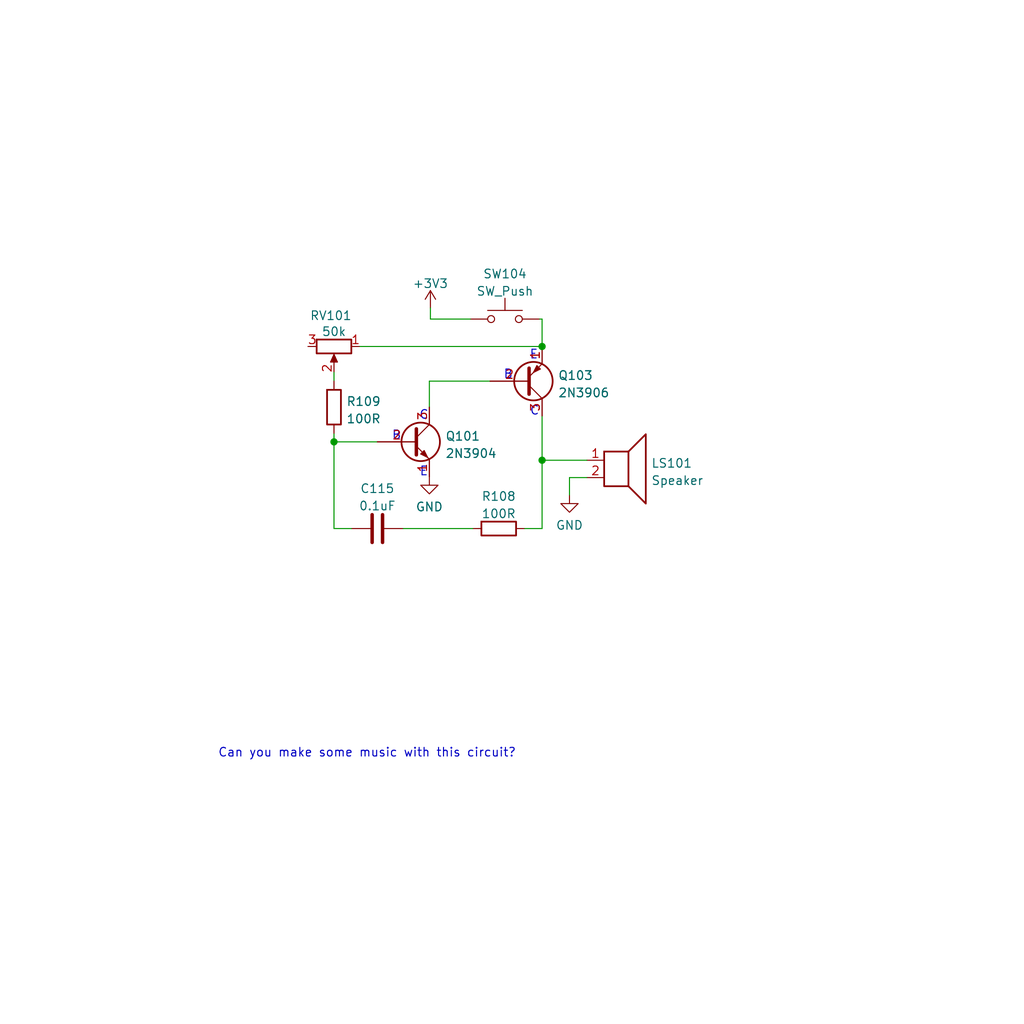
<source format=kicad_sch>
(kicad_sch (version 20211123) (generator eeschema)
  (paper "User" 150.012 150.012)
  (lib_symbols
    (symbol "Device:C" (pin_numbers hide) (pin_names (offset 0.254))
      (property "Reference" "C" (at 0.635 2.54 0))
      (property "Value" "C" (at 0.635 -2.54 0))
      (symbol "C_0_1"
        (polyline (pts (xy -2.032 -0.762) (xy 2.032 -0.762)) (stroke (width 0.508)))
        (polyline (pts (xy -2.032 0.762) (xy 2.032 0.762)) (stroke (width 0.508)))
      )
      (symbol "C_1_1"
        (pin passive line (at 0 3.81 270) (length 2.794) (name "~") (number "1"))
        (pin passive line (at 0 -3.81 90) (length 2.794) (name "~") (number "2"))
      )
    )
    (symbol "Device:R" (pin_numbers hide) (pin_names (offset 0))
      (property "Reference" "R" (at 2.032 0 90))
      (property "Value" "R" (at 0 0 90))
      (symbol "R_0_1"
        (rectangle (start -1.016 -2.54) (end 1.016 2.54) (stroke (width 0.254)))
      )
      (symbol "R_1_1"
        (pin passive line (at 0 3.81 270) (length 1.27) (name "~") (number "1"))
        (pin passive line (at 0 -3.81 90) (length 1.27) (name "~") (number "2"))
      )
    )
    (symbol "Device:R_Potentiometer" (pin_names (offset 1.016) hide)
      (property "Reference" "RV" (at -4.445 0 90))
      (property "Value" "R_Potentiometer" (at -2.54 0 90))
      (symbol "R_Potentiometer_0_1"
        (polyline (pts (xy 2.54 0) (xy 1.524 0)))
        (polyline (pts (xy 1.143 0) (xy 2.286 0.508) (xy 2.286 -0.508) (xy 1.143 0)) (fill (type outline)))
        (rectangle (start 1.016 2.54) (end -1.016 -2.54) (stroke (width 0.254)))
      )
      (symbol "R_Potentiometer_1_1"
        (pin passive line (at 0 3.81 270) (length 1.27) (name "1") (number "1"))
        (pin passive line (at 3.81 0 180) (length 1.27) (name "2") (number "2"))
        (pin passive line (at 0 -3.81 90) (length 1.27) (name "3") (number "3"))
      )
    )
    (symbol "Device:Speaker" (pin_names (offset 0) hide)
      (property "Reference" "LS" (at 1.27 5.715 0))
      (property "Value" "Speaker" (at 1.27 3.81 0))
      (symbol "Speaker_0_0"
        (rectangle (start -2.54 1.27) (end 1.016 -3.81) (stroke (width 0.254)))
        (polyline (pts (xy 1.016 1.27) (xy 3.556 3.81) (xy 3.556 -6.35) (xy 1.016 -3.81)) (stroke (width 0.254)))
      )
      (symbol "Speaker_1_1"
        (pin input line (at -5.08 0 0) (length 2.54) (name "1") (number "1"))
        (pin input line (at -5.08 -2.54 0) (length 2.54) (name "2") (number "2"))
      )
    )
    (symbol "Switch:SW_Push" (pin_numbers hide) (pin_names (offset 1.016) hide)
      (property "Reference" "SW" (at 1.27 2.54 0))
      (property "Value" "SW_Push" (at 0 -1.524 0))
      (symbol "SW_Push_0_1"
        (circle (center -2.032 0) (radius 0.508))
        (polyline (pts (xy 0 1.27) (xy 0 3.048)))
        (polyline (pts (xy 2.54 1.27) (xy -2.54 1.27)))
        (circle (center 2.032 0) (radius 0.508))
        (pin passive line (at -5.08 0 0) (length 2.54) (name "1") (number "1"))
        (pin passive line (at 5.08 0 180) (length 2.54) (name "2") (number "2"))
      )
    )
    (symbol "Transistor_BJT:2N3904" (pin_names (offset 0) hide)
      (property "Reference" "Q" (at 5.08 1.905 0))
      (property "Value" "2N3904" (at 5.08 0 0))
      (symbol "2N3904_0_1"
        (polyline (pts (xy 0.635 0.635) (xy 2.54 2.54)))
        (polyline (pts (xy 0.635 -0.635) (xy 2.54 -2.54) (xy 2.54 -2.54)))
        (polyline (pts (xy 0.635 1.905) (xy 0.635 -1.905) (xy 0.635 -1.905)) (stroke (width 0.508)))
        (polyline (pts (xy 1.27 -1.778) (xy 1.778 -1.27) (xy 2.286 -2.286) (xy 1.27 -1.778) (xy 1.27 -1.778)) (fill (type outline)))
        (circle (center 1.27 0) (radius 2.8194) (stroke (width 0.254)))
      )
      (symbol "2N3904_1_1"
        (pin passive line (at 2.54 -5.08 90) (length 2.54) (name "E") (number "1"))
        (pin passive line (at -5.08 0 0) (length 5.715) (name "B") (number "2"))
        (pin passive line (at 2.54 5.08 270) (length 2.54) (name "C") (number "3"))
      )
    )
    (symbol "Transistor_BJT:2N3906" (pin_names (offset 0) hide)
      (property "Reference" "Q" (at 5.08 1.905 0))
      (property "Value" "2N3906" (at 5.08 0 0))
      (symbol "2N3906_0_1"
        (polyline (pts (xy 0.635 0.635) (xy 2.54 2.54)))
        (polyline (pts (xy 0.635 -0.635) (xy 2.54 -2.54) (xy 2.54 -2.54)))
        (polyline (pts (xy 0.635 1.905) (xy 0.635 -1.905) (xy 0.635 -1.905)) (stroke (width 0.508)))
        (polyline (pts (xy 2.286 -1.778) (xy 1.778 -2.286) (xy 1.27 -1.27) (xy 2.286 -1.778) (xy 2.286 -1.778)) (fill (type outline)))
        (circle (center 1.27 0) (radius 2.8194) (stroke (width 0.254)))
      )
      (symbol "2N3906_1_1"
        (pin passive line (at 2.54 -5.08 90) (length 2.54) (name "E") (number "1"))
        (pin input line (at -5.08 0 0) (length 5.715) (name "B") (number "2"))
        (pin passive line (at 2.54 5.08 270) (length 2.54) (name "C") (number "3"))
      )
    )
    (symbol "power:+3V3" (power) (pin_names (offset 0))
      (property "Value" "+3V3" (at 0 3.556 0))
      (symbol "+3V3_0_1"
        (polyline (pts (xy -0.762 1.27) (xy 0 2.54)))
        (polyline (pts (xy 0 0) (xy 0 2.54)))
        (polyline (pts (xy 0 2.54) (xy 0.762 1.27)))
      )
      (symbol "+3V3_1_1"
        (pin power_in line (at 0 0 90) (length 0) hide (name "+3V3") (number "1"))
      )
    )
    (symbol "power:GND" (power) (pin_names (offset 0))
      (property "Value" "GND" (at 0 -3.81 0))
      (symbol "GND_0_1"
        (polyline (pts (xy 0 0) (xy 0 -1.27) (xy 1.27 -1.27) (xy 0 -2.54) (xy -1.27 -1.27) (xy 0 -1.27)))
      )
      (symbol "GND_1_1"
        (pin power_in line (at 0 0 270) (length 0) hide (name "GND") (number "1"))
      )
    )
  )
  (junction (at 79.4004 67.4116))
  (junction (at 79.4004 50.7492))
  (junction (at 48.9204 64.7192))
  (wire (pts (xy 48.9204 77.4192) (xy 48.9204 64.7192)))
  (wire (pts (xy 79.4004 77.4192) (xy 76.8604 77.4192)))
  (wire (pts (xy 48.9204 54.5592) (xy 48.9204 55.8292)))
  (wire (pts (xy 52.7304 50.7492) (xy 79.4004 50.7492)))
  (wire (pts (xy 79.4004 60.9092) (xy 79.4004 67.4116)))
  (wire (pts (xy 63.0428 45.1104) (xy 63.0428 46.736)))
  (wire (pts (xy 62.8904 59.6392) (xy 62.8904 55.8292)))
  (wire (pts (xy 63.0428 46.736) (xy 68.8848 46.736)))
  (wire (pts (xy 83.4136 69.9516) (xy 85.9536 69.9516)))
  (wire (pts (xy 48.9204 64.7192) (xy 55.2704 64.7192)))
  (wire (pts (xy 79.4004 67.4116) (xy 85.9536 67.4116)))
  (wire (pts (xy 51.4604 77.4192) (xy 48.9204 77.4192)))
  (wire (pts (xy 48.9204 63.4492) (xy 48.9204 64.7192)))
  (wire (pts (xy 83.4136 72.4916) (xy 83.4136 69.9516)))
  (wire (pts (xy 79.0448 46.736) (xy 79.4004 46.736)))
  (wire (pts (xy 79.4004 46.736) (xy 79.4004 50.7492)))
  (wire (pts (xy 79.4004 67.4116) (xy 79.4004 77.4192)))
  (wire (pts (xy 59.0804 77.4192) (xy 69.2404 77.4192)))
  (wire (pts (xy 62.8904 55.8292) (xy 71.7804 55.8292)))
  (text "E" (at 77.5208 52.832 0) (effects (font (size 1.27 1.27)) (justify left bottom)))
  (text "B" (at 57.3532 64.6684 0) (effects (font (size 1.27 1.27)) (justify left bottom)))
  (text "Can you make some music with this circuit?" (at 31.9024 111.1504 0) (effects (font (size 1.27 1.27)) (justify left bottom)))
  (text "B" (at 73.7108 55.7276 0) (effects (font (size 1.27 1.27)) (justify left bottom)))
  (text "E" (at 61.4172 69.9516 0) (effects (font (size 1.27 1.27)) (justify left bottom)))
  (text "C" (at 61.3664 61.6712 0) (effects (font (size 1.27 1.27)) (justify left bottom)))
  (text "C" (at 77.5716 61.0616 0) (effects (font (size 1.27 1.27)) (justify left bottom)))
  (symbol (lib_id "Device:Speaker") (at 91.0336 67.4116 0) (unit 1)
    (property "Reference" "LS101" (at 95.3516 67.8469 0) (effects (justify left)))
    (property "Value" "Speaker" (at 95.3516 70.3838 0) (effects (justify left)))
  )
  (symbol (lib_id "power:GND") (at 62.8904 69.7992 0) (unit 1)
    (property "Reference" "#PWR035" (effects hide))
    (property "Value" "GND" (at 62.8904 74.2426 0))
  )
  (symbol (lib_id "power:+3V3") (at 63.0428 45.1104 0) (unit 1)
    (property "Reference" "#PWR?" (effects hide))
    (property "Value" "+3V3" (at 63.0428 41.5346 0))
  )
  (symbol (lib_id "Device:R_Potentiometer") (at 48.9204 50.7492 270) (unit 1)
    (property "Reference" "RV101" (at 48.4632 46.228 90))
    (property "Value" "50k" (at 48.9204 48.5703 90))
  )
  (symbol (lib_id "Switch:SW_Push") (at 73.9648 46.736 0) (unit 1)
    (property "Reference" "SW104" (at 73.9648 40.1152 0))
    (property "Value" "SW_Push" (at 73.9648 42.6521 0))
  )
  (symbol (lib_id "Device:C") (at 55.2704 77.4192 270) (unit 1)
    (property "Reference" "C115" (at 55.2704 71.5604 90))
    (property "Value" "0.1uF" (at 55.2704 74.0973 90))
  )
  (symbol (lib_id "Device:R") (at 48.9204 59.6392 0) (unit 1)
    (property "Reference" "R109" (at 50.6984 58.8045 0) (effects (justify left)))
    (property "Value" "100R" (at 50.6984 61.3414 0) (effects (justify left)))
  )
  (symbol (lib_id "Transistor_BJT:2N3906") (at 76.8604 55.8292 0) (mirror x) (unit 1)
    (property "Reference" "Q103" (at 81.7118 54.9945 0) (effects (justify left)))
    (property "Value" "2N3906" (at 81.7118 57.5314 0) (effects (justify left)))
    (property "Footprint" "Package_TO_SOT_THT:TO-92_Inline" (effects hide))
    (property "Datasheet" "https://www.onsemi.com/pub/Collateral/2N3906-D.PDF" (effects hide))
  )
  (symbol (lib_id "Device:R") (at 73.0504 77.4192 270) (unit 1)
    (property "Reference" "R108" (at 73.0504 72.7034 90))
    (property "Value" "100R" (at 73.0504 75.2403 90))
  )
  (symbol (lib_id "power:GND") (at 83.4136 72.4916 0) (unit 1)
    (property "Reference" "#PWR036" (effects hide))
    (property "Value" "GND" (at 83.4136 76.935 0))
  )
  (symbol (lib_id "Transistor_BJT:2N3904") (at 60.3504 64.7192 0) (unit 1)
    (property "Reference" "Q101" (at 65.2018 63.8845 0) (effects (justify left)))
    (property "Value" "2N3904" (at 65.2018 66.4214 0) (effects (justify left)))
    (property "Footprint" "Package_TO_SOT_THT:TO-92_Inline" (effects hide))
    (property "Datasheet" "https://www.onsemi.com/pub/Collateral/2N3903-D.PDF" (effects hide))
  )
)
</source>
